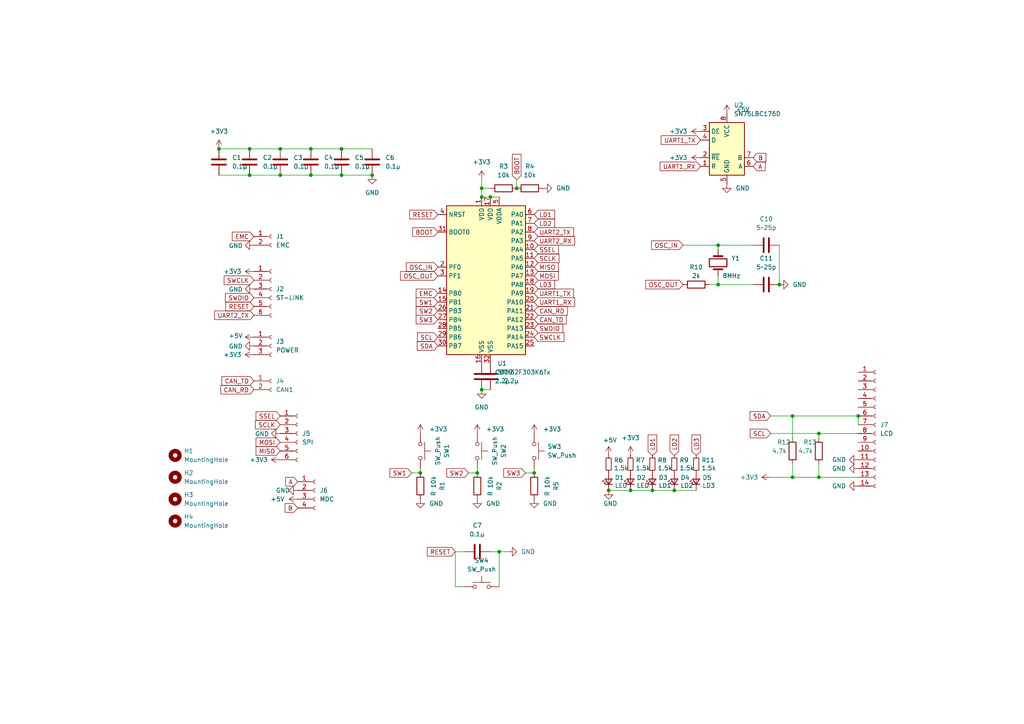
<source format=kicad_sch>
(kicad_sch (version 20211123) (generator eeschema)
  (paper "A4")
  (lib_symbols
    (symbol "Connector:Conn_01x02_Female" (pin_names (offset 1.016) hide)
      (property "Reference" "J" (at 0 2.54 0))
      (property "Value" "Conn_01x02_Female" (at 0 -5.08 0))
      (symbol "Conn_01x02_Female_1_1"
        (arc (start 0 -2.032) (mid -0.508 -2.54) (end 0 -3.048) (stroke (width 0.1524)))
        (polyline (pts (xy -1.27 -2.54) (xy -0.508 -2.54)) (stroke (width 0.1524)))
        (polyline (pts (xy -1.27 0) (xy -0.508 0)) (stroke (width 0.1524)))
        (arc (start 0 0.508) (mid -0.508 0) (end 0 -0.508) (stroke (width 0.1524)))
        (pin passive line (at -5.08 0 0) (length 3.81) (name "Pin_1") (number "1"))
        (pin passive line (at -5.08 -2.54 0) (length 3.81) (name "Pin_2") (number "2"))
      )
    )
    (symbol "Connector:Conn_01x03_Female" (pin_names (offset 1.016) hide)
      (property "Reference" "J" (at 0 5.08 0))
      (property "Value" "Conn_01x03_Female" (at 0 -5.08 0))
      (symbol "Conn_01x03_Female_1_1"
        (arc (start 0 -2.032) (mid -0.508 -2.54) (end 0 -3.048) (stroke (width 0.1524)))
        (polyline (pts (xy -1.27 -2.54) (xy -0.508 -2.54)) (stroke (width 0.1524)))
        (polyline (pts (xy -1.27 0) (xy -0.508 0)) (stroke (width 0.1524)))
        (polyline (pts (xy -1.27 2.54) (xy -0.508 2.54)) (stroke (width 0.1524)))
        (arc (start 0 0.508) (mid -0.508 0) (end 0 -0.508) (stroke (width 0.1524)))
        (arc (start 0 3.048) (mid -0.508 2.54) (end 0 2.032) (stroke (width 0.1524)))
        (pin passive line (at -5.08 2.54 0) (length 3.81) (name "Pin_1") (number "1"))
        (pin passive line (at -5.08 0 0) (length 3.81) (name "Pin_2") (number "2"))
        (pin passive line (at -5.08 -2.54 0) (length 3.81) (name "Pin_3") (number "3"))
      )
    )
    (symbol "Connector:Conn_01x04_Female" (pin_names (offset 1.016) hide)
      (property "Reference" "J" (at 0 5.08 0))
      (property "Value" "Conn_01x04_Female" (at 0 -7.62 0))
      (symbol "Conn_01x04_Female_1_1"
        (arc (start 0 -4.572) (mid -0.508 -5.08) (end 0 -5.588) (stroke (width 0.1524)))
        (arc (start 0 -2.032) (mid -0.508 -2.54) (end 0 -3.048) (stroke (width 0.1524)))
        (polyline (pts (xy -1.27 -5.08) (xy -0.508 -5.08)) (stroke (width 0.1524)))
        (polyline (pts (xy -1.27 -2.54) (xy -0.508 -2.54)) (stroke (width 0.1524)))
        (polyline (pts (xy -1.27 0) (xy -0.508 0)) (stroke (width 0.1524)))
        (polyline (pts (xy -1.27 2.54) (xy -0.508 2.54)) (stroke (width 0.1524)))
        (arc (start 0 0.508) (mid -0.508 0) (end 0 -0.508) (stroke (width 0.1524)))
        (arc (start 0 3.048) (mid -0.508 2.54) (end 0 2.032) (stroke (width 0.1524)))
        (pin passive line (at -5.08 2.54 0) (length 3.81) (name "Pin_1") (number "1"))
        (pin passive line (at -5.08 0 0) (length 3.81) (name "Pin_2") (number "2"))
        (pin passive line (at -5.08 -2.54 0) (length 3.81) (name "Pin_3") (number "3"))
        (pin passive line (at -5.08 -5.08 0) (length 3.81) (name "Pin_4") (number "4"))
      )
    )
    (symbol "Connector:Conn_01x06_Female" (pin_names (offset 1.016) hide)
      (property "Reference" "J" (at 0 7.62 0))
      (property "Value" "Conn_01x06_Female" (at 0 -10.16 0))
      (symbol "Conn_01x06_Female_1_1"
        (arc (start 0 -7.112) (mid -0.508 -7.62) (end 0 -8.128) (stroke (width 0.1524)))
        (arc (start 0 -4.572) (mid -0.508 -5.08) (end 0 -5.588) (stroke (width 0.1524)))
        (arc (start 0 -2.032) (mid -0.508 -2.54) (end 0 -3.048) (stroke (width 0.1524)))
        (polyline (pts (xy -1.27 -7.62) (xy -0.508 -7.62)) (stroke (width 0.1524)))
        (polyline (pts (xy -1.27 -5.08) (xy -0.508 -5.08)) (stroke (width 0.1524)))
        (polyline (pts (xy -1.27 -2.54) (xy -0.508 -2.54)) (stroke (width 0.1524)))
        (polyline (pts (xy -1.27 0) (xy -0.508 0)) (stroke (width 0.1524)))
        (polyline (pts (xy -1.27 2.54) (xy -0.508 2.54)) (stroke (width 0.1524)))
        (polyline (pts (xy -1.27 5.08) (xy -0.508 5.08)) (stroke (width 0.1524)))
        (arc (start 0 0.508) (mid -0.508 0) (end 0 -0.508) (stroke (width 0.1524)))
        (arc (start 0 3.048) (mid -0.508 2.54) (end 0 2.032) (stroke (width 0.1524)))
        (arc (start 0 5.588) (mid -0.508 5.08) (end 0 4.572) (stroke (width 0.1524)))
        (pin passive line (at -5.08 5.08 0) (length 3.81) (name "Pin_1") (number "1"))
        (pin passive line (at -5.08 2.54 0) (length 3.81) (name "Pin_2") (number "2"))
        (pin passive line (at -5.08 0 0) (length 3.81) (name "Pin_3") (number "3"))
        (pin passive line (at -5.08 -2.54 0) (length 3.81) (name "Pin_4") (number "4"))
        (pin passive line (at -5.08 -5.08 0) (length 3.81) (name "Pin_5") (number "5"))
        (pin passive line (at -5.08 -7.62 0) (length 3.81) (name "Pin_6") (number "6"))
      )
    )
    (symbol "Connector:Conn_01x14_Female" (pin_names (offset 1.016) hide)
      (property "Reference" "J" (at 0 17.78 0))
      (property "Value" "Conn_01x14_Female" (at 0 -20.32 0))
      (symbol "Conn_01x14_Female_1_1"
        (arc (start 0 -17.272) (mid -0.508 -17.78) (end 0 -18.288) (stroke (width 0.1524)))
        (arc (start 0 -14.732) (mid -0.508 -15.24) (end 0 -15.748) (stroke (width 0.1524)))
        (arc (start 0 -12.192) (mid -0.508 -12.7) (end 0 -13.208) (stroke (width 0.1524)))
        (arc (start 0 -9.652) (mid -0.508 -10.16) (end 0 -10.668) (stroke (width 0.1524)))
        (arc (start 0 -7.112) (mid -0.508 -7.62) (end 0 -8.128) (stroke (width 0.1524)))
        (arc (start 0 -4.572) (mid -0.508 -5.08) (end 0 -5.588) (stroke (width 0.1524)))
        (arc (start 0 -2.032) (mid -0.508 -2.54) (end 0 -3.048) (stroke (width 0.1524)))
        (polyline (pts (xy -1.27 -17.78) (xy -0.508 -17.78)) (stroke (width 0.1524)))
        (polyline (pts (xy -1.27 -15.24) (xy -0.508 -15.24)) (stroke (width 0.1524)))
        (polyline (pts (xy -1.27 -12.7) (xy -0.508 -12.7)) (stroke (width 0.1524)))
        (polyline (pts (xy -1.27 -10.16) (xy -0.508 -10.16)) (stroke (width 0.1524)))
        (polyline (pts (xy -1.27 -7.62) (xy -0.508 -7.62)) (stroke (width 0.1524)))
        (polyline (pts (xy -1.27 -5.08) (xy -0.508 -5.08)) (stroke (width 0.1524)))
        (polyline (pts (xy -1.27 -2.54) (xy -0.508 -2.54)) (stroke (width 0.1524)))
        (polyline (pts (xy -1.27 0) (xy -0.508 0)) (stroke (width 0.1524)))
        (polyline (pts (xy -1.27 2.54) (xy -0.508 2.54)) (stroke (width 0.1524)))
        (polyline (pts (xy -1.27 5.08) (xy -0.508 5.08)) (stroke (width 0.1524)))
        (polyline (pts (xy -1.27 7.62) (xy -0.508 7.62)) (stroke (width 0.1524)))
        (polyline (pts (xy -1.27 10.16) (xy -0.508 10.16)) (stroke (width 0.1524)))
        (polyline (pts (xy -1.27 12.7) (xy -0.508 12.7)) (stroke (width 0.1524)))
        (polyline (pts (xy -1.27 15.24) (xy -0.508 15.24)) (stroke (width 0.1524)))
        (arc (start 0 0.508) (mid -0.508 0) (end 0 -0.508) (stroke (width 0.1524)))
        (arc (start 0 3.048) (mid -0.508 2.54) (end 0 2.032) (stroke (width 0.1524)))
        (arc (start 0 5.588) (mid -0.508 5.08) (end 0 4.572) (stroke (width 0.1524)))
        (arc (start 0 8.128) (mid -0.508 7.62) (end 0 7.112) (stroke (width 0.1524)))
        (arc (start 0 10.668) (mid -0.508 10.16) (end 0 9.652) (stroke (width 0.1524)))
        (arc (start 0 13.208) (mid -0.508 12.7) (end 0 12.192) (stroke (width 0.1524)))
        (arc (start 0 15.748) (mid -0.508 15.24) (end 0 14.732) (stroke (width 0.1524)))
        (pin passive line (at -5.08 15.24 0) (length 3.81) (name "Pin_1") (number "1"))
        (pin passive line (at -5.08 -7.62 0) (length 3.81) (name "Pin_10") (number "10"))
        (pin passive line (at -5.08 -10.16 0) (length 3.81) (name "Pin_11") (number "11"))
        (pin passive line (at -5.08 -12.7 0) (length 3.81) (name "Pin_12") (number "12"))
        (pin passive line (at -5.08 -15.24 0) (length 3.81) (name "Pin_13") (number "13"))
        (pin passive line (at -5.08 -17.78 0) (length 3.81) (name "Pin_14") (number "14"))
        (pin passive line (at -5.08 12.7 0) (length 3.81) (name "Pin_2") (number "2"))
        (pin passive line (at -5.08 10.16 0) (length 3.81) (name "Pin_3") (number "3"))
        (pin passive line (at -5.08 7.62 0) (length 3.81) (name "Pin_4") (number "4"))
        (pin passive line (at -5.08 5.08 0) (length 3.81) (name "Pin_5") (number "5"))
        (pin passive line (at -5.08 2.54 0) (length 3.81) (name "Pin_6") (number "6"))
        (pin passive line (at -5.08 0 0) (length 3.81) (name "Pin_7") (number "7"))
        (pin passive line (at -5.08 -2.54 0) (length 3.81) (name "Pin_8") (number "8"))
        (pin passive line (at -5.08 -5.08 0) (length 3.81) (name "Pin_9") (number "9"))
      )
    )
    (symbol "Device:C" (pin_numbers hide) (pin_names (offset 0.254))
      (property "Reference" "C" (at 0.635 2.54 0))
      (property "Value" "C" (at 0.635 -2.54 0))
      (symbol "C_0_1"
        (polyline (pts (xy -2.032 -0.762) (xy 2.032 -0.762)) (stroke (width 0.508)))
        (polyline (pts (xy -2.032 0.762) (xy 2.032 0.762)) (stroke (width 0.508)))
      )
      (symbol "C_1_1"
        (pin passive line (at 0 3.81 270) (length 2.794) (name "~") (number "1"))
        (pin passive line (at 0 -3.81 90) (length 2.794) (name "~") (number "2"))
      )
    )
    (symbol "Device:Crystal" (pin_numbers hide) (pin_names (offset 1.016) hide)
      (property "Reference" "Y" (at 0 3.81 0))
      (property "Value" "Crystal" (at 0 -3.81 0))
      (symbol "Crystal_0_1"
        (rectangle (start -1.143 2.54) (end 1.143 -2.54) (stroke (width 0.3048)))
        (polyline (pts (xy -2.54 0) (xy -1.905 0)))
        (polyline (pts (xy -1.905 -1.27) (xy -1.905 1.27)) (stroke (width 0.508)))
        (polyline (pts (xy 1.905 -1.27) (xy 1.905 1.27)) (stroke (width 0.508)))
        (polyline (pts (xy 2.54 0) (xy 1.905 0)))
      )
      (symbol "Crystal_1_1"
        (pin passive line (at -3.81 0 0) (length 1.27) (name "1") (number "1"))
        (pin passive line (at 3.81 0 180) (length 1.27) (name "2") (number "2"))
      )
    )
    (symbol "Device:LED_Small" (pin_numbers hide) (pin_names (offset 0.254) hide)
      (property "Reference" "D" (at -1.27 3.175 0))
      (property "Value" "LED_Small" (at -4.445 -2.54 0))
      (symbol "LED_Small_0_1"
        (polyline (pts (xy -0.762 -1.016) (xy -0.762 1.016)) (stroke (width 0.254)))
        (polyline (pts (xy 1.016 0) (xy -0.762 0)))
        (polyline (pts (xy 0.762 -1.016) (xy -0.762 0) (xy 0.762 1.016) (xy 0.762 -1.016)) (stroke (width 0.254)))
        (polyline (pts (xy 0 0.762) (xy -0.508 1.27) (xy -0.254 1.27) (xy -0.508 1.27) (xy -0.508 1.016)))
        (polyline (pts (xy 0.508 1.27) (xy 0 1.778) (xy 0.254 1.778) (xy 0 1.778) (xy 0 1.524)))
      )
      (symbol "LED_Small_1_1"
        (pin passive line (at -2.54 0 0) (length 1.778) (name "K") (number "1"))
        (pin passive line (at 2.54 0 180) (length 1.778) (name "A") (number "2"))
      )
    )
    (symbol "Device:R" (pin_numbers hide) (pin_names (offset 0))
      (property "Reference" "R" (at 2.032 0 90))
      (property "Value" "R" (at 0 0 90))
      (symbol "R_0_1"
        (rectangle (start -1.016 -2.54) (end 1.016 2.54) (stroke (width 0.254)))
      )
      (symbol "R_1_1"
        (pin passive line (at 0 3.81 270) (length 1.27) (name "~") (number "1"))
        (pin passive line (at 0 -3.81 90) (length 1.27) (name "~") (number "2"))
      )
    )
    (symbol "Device:R_Small" (pin_numbers hide) (pin_names (offset 0.254) hide)
      (property "Reference" "R" (at 0.762 0.508 0))
      (property "Value" "R_Small" (at 0.762 -1.016 0))
      (symbol "R_Small_0_1"
        (rectangle (start -0.762 1.778) (end 0.762 -1.778) (stroke (width 0.2032)))
      )
      (symbol "R_Small_1_1"
        (pin passive line (at 0 2.54 270) (length 0.762) (name "~") (number "1"))
        (pin passive line (at 0 -2.54 90) (length 0.762) (name "~") (number "2"))
      )
    )
    (symbol "Interface_UART:SN75LBC176D"
      (property "Reference" "U" (at -4.318 8.89 0))
      (property "Value" "SN75LBC176D" (at 1.016 8.89 0))
      (symbol "SN75LBC176D_0_1"
        (rectangle (start -5.08 7.62) (end 5.08 -7.62) (stroke (width 0.254)) (fill (type background)))
      )
      (symbol "SN75LBC176D_1_1"
        (pin output line (at -7.62 -5.08 0) (length 2.54) (name "R") (number "1"))
        (pin input line (at -7.62 -2.54 0) (length 2.54) (name "~{RE}") (number "2"))
        (pin input line (at -7.62 5.08 0) (length 2.54) (name "DE") (number "3"))
        (pin input line (at -7.62 2.54 0) (length 2.54) (name "D") (number "4"))
        (pin power_in line (at 0 -10.16 90) (length 2.54) (name "GND") (number "5"))
        (pin bidirectional line (at 7.62 -5.08 180) (length 2.54) (name "A") (number "6"))
        (pin bidirectional line (at 7.62 -2.54 180) (length 2.54) (name "B") (number "7"))
        (pin power_in line (at 0 10.16 270) (length 2.54) (name "VCC") (number "8"))
      )
    )
    (symbol "MCU_ST_STM32F3:STM32F303K6Tx"
      (property "Reference" "U" (at -12.7 21.59 0))
      (property "Value" "STM32F303K6Tx" (at 5.08 21.59 0))
      (symbol "STM32F303K6Tx_0_1"
        (rectangle (start -12.7 -22.86) (end 10.16 20.32) (stroke (width 0.254)) (fill (type background)))
      )
      (symbol "STM32F303K6Tx_1_1"
        (pin power_in line (at -2.54 22.86 270) (length 2.54) (name "VDD") (number "1"))
        (pin bidirectional line (at 12.7 7.62 180) (length 2.54) (name "PA4") (number "10"))
        (pin bidirectional line (at 12.7 5.08 180) (length 2.54) (name "PA5") (number "11"))
        (pin bidirectional line (at 12.7 2.54 180) (length 2.54) (name "PA6") (number "12"))
        (pin bidirectional line (at 12.7 0 180) (length 2.54) (name "PA7") (number "13"))
        (pin bidirectional line (at -15.24 -5.08 0) (length 2.54) (name "PB0") (number "14"))
        (pin bidirectional line (at -15.24 -7.62 0) (length 2.54) (name "PB1") (number "15"))
        (pin power_in line (at -2.54 -25.4 90) (length 2.54) (name "VSS") (number "16"))
        (pin power_in line (at 0 22.86 270) (length 2.54) (name "VDD") (number "17"))
        (pin bidirectional line (at 12.7 -2.54 180) (length 2.54) (name "PA8") (number "18"))
        (pin bidirectional line (at 12.7 -5.08 180) (length 2.54) (name "PA9") (number "19"))
        (pin input line (at -15.24 2.54 0) (length 2.54) (name "PF0") (number "2"))
        (pin bidirectional line (at 12.7 -7.62 180) (length 2.54) (name "PA10") (number "20"))
        (pin bidirectional line (at 12.7 -10.16 180) (length 2.54) (name "PA11") (number "21"))
        (pin bidirectional line (at 12.7 -12.7 180) (length 2.54) (name "PA12") (number "22"))
        (pin bidirectional line (at 12.7 -15.24 180) (length 2.54) (name "PA13") (number "23"))
        (pin bidirectional line (at 12.7 -17.78 180) (length 2.54) (name "PA14") (number "24"))
        (pin bidirectional line (at 12.7 -20.32 180) (length 2.54) (name "PA15") (number "25"))
        (pin bidirectional line (at -15.24 -10.16 0) (length 2.54) (name "PB3") (number "26"))
        (pin bidirectional line (at -15.24 -12.7 0) (length 2.54) (name "PB4") (number "27"))
        (pin bidirectional line (at -15.24 -15.24 0) (length 2.54) (name "PB5") (number "28"))
        (pin bidirectional line (at -15.24 -17.78 0) (length 2.54) (name "PB6") (number "29"))
        (pin input line (at -15.24 0 0) (length 2.54) (name "PF1") (number "3"))
        (pin bidirectional line (at -15.24 -20.32 0) (length 2.54) (name "PB7") (number "30"))
        (pin input line (at -15.24 12.7 0) (length 2.54) (name "BOOT0") (number "31"))
        (pin power_in line (at 0 -25.4 90) (length 2.54) (name "VSS") (number "32"))
        (pin input line (at -15.24 17.78 0) (length 2.54) (name "NRST") (number "4"))
        (pin power_in line (at 2.54 22.86 270) (length 2.54) (name "VDDA") (number "5"))
        (pin bidirectional line (at 12.7 17.78 180) (length 2.54) (name "PA0") (number "6"))
        (pin bidirectional line (at 12.7 15.24 180) (length 2.54) (name "PA1") (number "7"))
        (pin bidirectional line (at 12.7 12.7 180) (length 2.54) (name "PA2") (number "8"))
        (pin bidirectional line (at 12.7 10.16 180) (length 2.54) (name "PA3") (number "9"))
      )
    )
    (symbol "Mechanical:MountingHole" (pin_names (offset 1.016))
      (property "Reference" "H" (at 0 5.08 0))
      (property "Value" "MountingHole" (at 0 3.175 0))
      (symbol "MountingHole_0_1"
        (circle (center 0 0) (radius 1.27) (stroke (width 1.27)))
      )
    )
    (symbol "Switch:SW_Push" (pin_numbers hide) (pin_names (offset 1.016) hide)
      (property "Reference" "SW" (at 1.27 2.54 0))
      (property "Value" "SW_Push" (at 0 -1.524 0))
      (symbol "SW_Push_0_1"
        (circle (center -2.032 0) (radius 0.508))
        (polyline (pts (xy 0 1.27) (xy 0 3.048)))
        (polyline (pts (xy 2.54 1.27) (xy -2.54 1.27)))
        (circle (center 2.032 0) (radius 0.508))
        (pin passive line (at -5.08 0 0) (length 2.54) (name "1") (number "1"))
        (pin passive line (at 5.08 0 180) (length 2.54) (name "2") (number "2"))
      )
    )
    (symbol "power:+3V3" (power) (pin_names (offset 0))
      (property "Value" "+3V3" (at 0 3.556 0))
      (symbol "+3V3_0_1"
        (polyline (pts (xy -0.762 1.27) (xy 0 2.54)))
        (polyline (pts (xy 0 0) (xy 0 2.54)))
        (polyline (pts (xy 0 2.54) (xy 0.762 1.27)))
      )
      (symbol "+3V3_1_1"
        (pin power_in line (at 0 0 90) (length 0) hide (name "+3V3") (number "1"))
      )
    )
    (symbol "power:+5V" (power) (pin_names (offset 0))
      (property "Value" "+5V" (at 0 3.556 0))
      (symbol "+5V_0_1"
        (polyline (pts (xy -0.762 1.27) (xy 0 2.54)))
        (polyline (pts (xy 0 0) (xy 0 2.54)))
        (polyline (pts (xy 0 2.54) (xy 0.762 1.27)))
      )
      (symbol "+5V_1_1"
        (pin power_in line (at 0 0 90) (length 0) hide (name "+5V") (number "1"))
      )
    )
    (symbol "power:GND" (power) (pin_names (offset 0))
      (property "Value" "GND" (at 0 -3.81 0))
      (symbol "GND_0_1"
        (polyline (pts (xy 0 0) (xy 0 -1.27) (xy 1.27 -1.27) (xy 0 -2.54) (xy -1.27 -1.27) (xy 0 -1.27)))
      )
      (symbol "GND_1_1"
        (pin power_in line (at 0 0 270) (length 0) hide (name "GND") (number "1"))
      )
    )
  )
  (junction (at 63.5 43.18))
  (junction (at 149.86 54.61))
  (junction (at 176.53 142.24))
  (junction (at 142.24 57.15))
  (junction (at 195.58 142.24))
  (junction (at 138.43 137.16))
  (junction (at 226.06 82.55))
  (junction (at 208.28 71.12))
  (junction (at 81.28 43.18))
  (junction (at 189.23 142.24))
  (junction (at 229.87 138.43))
  (junction (at 237.49 138.43))
  (junction (at 208.28 82.55))
  (junction (at 90.17 50.8))
  (junction (at 139.7 57.15))
  (junction (at 139.7 113.03))
  (junction (at 99.06 50.8))
  (junction (at 229.87 120.65))
  (junction (at 248.92 120.65))
  (junction (at 81.28 50.8))
  (junction (at 99.06 43.18))
  (junction (at 154.94 137.16))
  (junction (at 90.17 43.18))
  (junction (at 107.95 50.8))
  (junction (at 182.88 142.24))
  (junction (at 139.7 54.61))
  (junction (at 121.92 137.16))
  (junction (at 72.39 50.8))
  (junction (at 72.39 43.18))
  (junction (at 237.49 125.73))
  (junction (at 144.78 160.02))
  (wire (pts (xy 90.17 50.8) (xy 99.06 50.8)))
  (wire (pts (xy 176.53 142.24) (xy 182.88 142.24)))
  (wire (pts (xy 229.87 120.65) (xy 229.87 127)))
  (wire (pts (xy 237.49 138.43) (xy 248.92 138.43)))
  (wire (pts (xy 208.28 82.55) (xy 218.44 82.55)))
  (wire (pts (xy 139.7 113.03) (xy 142.24 113.03)))
  (wire (pts (xy 223.52 125.73) (xy 237.49 125.73)))
  (wire (pts (xy 132.08 160.02) (xy 134.62 160.02)))
  (wire (pts (xy 182.88 142.24) (xy 189.23 142.24)))
  (wire (pts (xy 149.86 52.07) (xy 149.86 54.61)))
  (wire (pts (xy 81.28 43.18) (xy 90.17 43.18)))
  (wire (pts (xy 198.12 71.12) (xy 208.28 71.12)))
  (wire (pts (xy 144.78 170.18) (xy 144.78 160.02)))
  (wire (pts (xy 237.49 125.73) (xy 248.92 125.73)))
  (wire (pts (xy 81.28 50.8) (xy 90.17 50.8)))
  (wire (pts (xy 189.23 142.24) (xy 195.58 142.24)))
  (wire (pts (xy 152.4 137.16) (xy 154.94 137.16)))
  (wire (pts (xy 63.5 50.8) (xy 72.39 50.8)))
  (wire (pts (xy 135.89 137.16) (xy 138.43 137.16)))
  (wire (pts (xy 226.06 71.12) (xy 226.06 82.55)))
  (wire (pts (xy 119.38 137.16) (xy 121.92 137.16)))
  (wire (pts (xy 237.49 125.73) (xy 237.49 127)))
  (wire (pts (xy 205.74 82.55) (xy 208.28 82.55)))
  (wire (pts (xy 134.62 170.18) (xy 132.08 170.18)))
  (wire (pts (xy 223.52 120.65) (xy 229.87 120.65)))
  (wire (pts (xy 195.58 142.24) (xy 201.93 142.24)))
  (wire (pts (xy 142.24 160.02) (xy 144.78 160.02)))
  (wire (pts (xy 237.49 134.62) (xy 237.49 138.43)))
  (wire (pts (xy 208.28 80.01) (xy 208.28 82.55)))
  (wire (pts (xy 99.06 43.18) (xy 107.95 43.18)))
  (wire (pts (xy 63.5 43.18) (xy 72.39 43.18)))
  (wire (pts (xy 229.87 134.62) (xy 229.87 138.43)))
  (wire (pts (xy 139.7 52.07) (xy 139.7 54.61)))
  (wire (pts (xy 208.28 71.12) (xy 218.44 71.12)))
  (wire (pts (xy 229.87 120.65) (xy 248.92 120.65)))
  (wire (pts (xy 72.39 43.18) (xy 81.28 43.18)))
  (wire (pts (xy 223.52 138.43) (xy 229.87 138.43)))
  (wire (pts (xy 142.24 57.15) (xy 144.78 57.15)))
  (wire (pts (xy 139.7 54.61) (xy 142.24 54.61)))
  (wire (pts (xy 154.94 135.89) (xy 154.94 137.16)))
  (wire (pts (xy 139.7 54.61) (xy 139.7 57.15)))
  (wire (pts (xy 121.92 135.89) (xy 121.92 137.16)))
  (wire (pts (xy 208.28 71.12) (xy 208.28 72.39)))
  (wire (pts (xy 139.7 57.15) (xy 142.24 57.15)))
  (wire (pts (xy 99.06 50.8) (xy 107.95 50.8)))
  (wire (pts (xy 90.17 43.18) (xy 99.06 43.18)))
  (wire (pts (xy 144.78 160.02) (xy 147.32 160.02)))
  (wire (pts (xy 132.08 170.18) (xy 132.08 160.02)))
  (wire (pts (xy 72.39 50.8) (xy 81.28 50.8)))
  (wire (pts (xy 138.43 135.89) (xy 138.43 137.16)))
  (wire (pts (xy 248.92 120.65) (xy 248.92 123.19)))
  (wire (pts (xy 229.87 138.43) (xy 237.49 138.43)))
  (global_label "SCLK" (shape input) (at 81.28 123.19 180) (property "シート間のリファレンス" "${INTERSHEET_REFS}" (effects hide)))
  (global_label "UART1_RX" (shape input) (at 203.2 48.26 180) (property "シート間のリファレンス" "${INTERSHEET_REFS}" (effects hide)))
  (global_label "OSC_IN" (shape input) (at 198.12 71.12 180) (property "シート間のリファレンス" "${INTERSHEET_REFS}" (effects hide)))
  (global_label "SDA" (shape input) (at 127 100.33 180) (property "シート間のリファレンス" "${INTERSHEET_REFS}" (effects hide)))
  (global_label "SW3" (shape input) (at 127 92.71 180) (property "シート間のリファレンス" "${INTERSHEET_REFS}" (effects hide)))
  (global_label "UART1_TX" (shape input) (at 154.94 85.09 0) (property "シート間のリファレンス" "${INTERSHEET_REFS}" (effects hide)))
  (global_label "CAN_RD" (shape input) (at 154.94 90.17 0) (property "シート間のリファレンス" "${INTERSHEET_REFS}" (effects hide)))
  (global_label "LD2" (shape input) (at 195.58 132.08 90) (property "シート間のリファレンス" "${INTERSHEET_REFS}" (effects hide)))
  (global_label "OSC_OUT" (shape input) (at 127 80.01 180) (property "シート間のリファレンス" "${INTERSHEET_REFS}" (effects hide)))
  (global_label "BOOT" (shape input) (at 127 67.31 180) (property "シート間のリファレンス" "${INTERSHEET_REFS}" (effects hide)))
  (global_label "LD3" (shape input) (at 154.94 82.55 0) (property "シート間のリファレンス" "${INTERSHEET_REFS}" (effects hide)))
  (global_label "UART2_RX" (shape input) (at 154.94 69.85 0) (property "シート間のリファレンス" "${INTERSHEET_REFS}" (effects hide)))
  (global_label "SSEL" (shape input) (at 81.28 120.65 180) (property "シート間のリファレンス" "${INTERSHEET_REFS}" (effects hide)))
  (global_label "LD3" (shape input) (at 201.93 132.08 90) (property "シート間のリファレンス" "${INTERSHEET_REFS}" (effects hide)))
  (global_label "CAN_RD" (shape input) (at 73.66 113.03 180) (property "シート間のリファレンス" "${INTERSHEET_REFS}" (effects hide)))
  (global_label "SW2" (shape input) (at 127 90.17 180) (property "シート間のリファレンス" "${INTERSHEET_REFS}" (effects hide)))
  (global_label "SSEL" (shape input) (at 154.94 72.39 0) (property "シート間のリファレンス" "${INTERSHEET_REFS}" (effects hide)))
  (global_label "UART2_TX" (shape input) (at 154.94 67.31 0) (property "シート間のリファレンス" "${INTERSHEET_REFS}" (effects hide)))
  (global_label "SWDIO" (shape input) (at 73.66 86.36 180) (property "シート間のリファレンス" "${INTERSHEET_REFS}" (effects hide)))
  (global_label "RESET" (shape input) (at 73.66 88.9 180) (property "シート間のリファレンス" "${INTERSHEET_REFS}" (effects hide)))
  (global_label "B" (shape input) (at 86.36 147.32 180) (property "シート間のリファレンス" "${INTERSHEET_REFS}" (effects hide)))
  (global_label "UART2_TX" (shape input) (at 73.66 91.44 180) (property "シート間のリファレンス" "${INTERSHEET_REFS}" (effects hide)))
  (global_label "SCL" (shape input) (at 127 97.79 180) (property "シート間のリファレンス" "${INTERSHEET_REFS}" (effects hide)))
  (global_label "SW1" (shape input) (at 127 87.63 180) (property "シート間のリファレンス" "${INTERSHEET_REFS}" (effects hide)))
  (global_label "MOSI" (shape input) (at 154.94 80.01 0) (property "シート間のリファレンス" "${INTERSHEET_REFS}" (effects hide)))
  (global_label "SWCLK" (shape input) (at 73.66 81.28 180) (property "シート間のリファレンス" "${INTERSHEET_REFS}" (effects hide)))
  (global_label "SDA" (shape input) (at 223.52 120.65 180) (property "シート間のリファレンス" "${INTERSHEET_REFS}" (effects hide)))
  (global_label "EMC" (shape input) (at 127 85.09 180) (property "シート間のリファレンス" "${INTERSHEET_REFS}" (effects hide)))
  (global_label "RESET" (shape input) (at 132.08 160.02 180) (property "シート間のリファレンス" "${INTERSHEET_REFS}" (effects hide)))
  (global_label "CAN_TD" (shape input) (at 73.66 110.49 180) (property "シート間のリファレンス" "${INTERSHEET_REFS}" (effects hide)))
  (global_label "SW3" (shape input) (at 152.4 137.16 180) (property "シート間のリファレンス" "${INTERSHEET_REFS}" (effects hide)))
  (global_label "OSC_OUT" (shape input) (at 198.12 82.55 180) (property "シート間のリファレンス" "${INTERSHEET_REFS}" (effects hide)))
  (global_label "UART1_RX" (shape input) (at 154.94 87.63 0) (property "シート間のリファレンス" "${INTERSHEET_REFS}" (effects hide)))
  (global_label "SCLK" (shape input) (at 154.94 74.93 0) (property "シート間のリファレンス" "${INTERSHEET_REFS}" (effects hide)))
  (global_label "UART1_TX" (shape input) (at 203.2 40.64 180) (property "シート間のリファレンス" "${INTERSHEET_REFS}" (effects hide)))
  (global_label "A" (shape input) (at 86.36 139.7 180) (property "シート間のリファレンス" "${INTERSHEET_REFS}" (effects hide)))
  (global_label "SW2" (shape input) (at 135.89 137.16 180) (property "シート間のリファレンス" "${INTERSHEET_REFS}" (effects hide)))
  (global_label "SW1" (shape input) (at 119.38 137.16 180) (property "シート間のリファレンス" "${INTERSHEET_REFS}" (effects hide)))
  (global_label "LD2" (shape input) (at 154.94 64.77 0) (property "シート間のリファレンス" "${INTERSHEET_REFS}" (effects hide)))
  (global_label "SCL" (shape input) (at 223.52 125.73 180) (property "シート間のリファレンス" "${INTERSHEET_REFS}" (effects hide)))
  (global_label "LD1" (shape input) (at 154.94 62.23 0) (property "シート間のリファレンス" "${INTERSHEET_REFS}" (effects hide)))
  (global_label "MISO" (shape input) (at 81.28 130.81 180) (property "シート間のリファレンス" "${INTERSHEET_REFS}" (effects hide)))
  (global_label "B" (shape input) (at 218.44 45.72 0) (property "シート間のリファレンス" "${INTERSHEET_REFS}" (effects hide)))
  (global_label "CAN_TD" (shape input) (at 154.94 92.71 0) (property "シート間のリファレンス" "${INTERSHEET_REFS}" (effects hide)))
  (global_label "LD1" (shape input) (at 189.23 132.08 90) (property "シート間のリファレンス" "${INTERSHEET_REFS}" (effects hide)))
  (global_label "A" (shape input) (at 218.44 48.26 0) (property "シート間のリファレンス" "${INTERSHEET_REFS}" (effects hide)))
  (global_label "OSC_IN" (shape input) (at 127 77.47 180) (property "シート間のリファレンス" "${INTERSHEET_REFS}" (effects hide)))
  (global_label "BOOT" (shape input) (at 149.86 52.07 90) (property "シート間のリファレンス" "${INTERSHEET_REFS}" (effects hide)))
  (global_label "SWCLK" (shape input) (at 154.94 97.79 0) (property "シート間のリファレンス" "${INTERSHEET_REFS}" (effects hide)))
  (global_label "RESET" (shape input) (at 127 62.23 180) (property "シート間のリファレンス" "${INTERSHEET_REFS}" (effects hide)))
  (global_label "EMC" (shape input) (at 73.66 68.58 180) (property "シート間のリファレンス" "${INTERSHEET_REFS}" (effects hide)))
  (global_label "SWDIO" (shape input) (at 154.94 95.25 0) (property "シート間のリファレンス" "${INTERSHEET_REFS}" (effects hide)))
  (global_label "MISO" (shape input) (at 154.94 77.47 0) (property "シート間のリファレンス" "${INTERSHEET_REFS}" (effects hide)))
  (global_label "MOSI" (shape input) (at 81.28 128.27 180) (property "シート間のリファレンス" "${INTERSHEET_REFS}" (effects hide)))
  (symbol (lib_id "power:GND") (at 176.53 142.24 0) (unit 1)
    (property "Reference" "#PWR024" (effects hide))
    (property "Value" "GND" (at 179.07 146.05 0) (effects (justify right)))
  )
  (symbol (lib_id "power:+3V3") (at 139.7 52.07 0) (unit 1)
    (property "Reference" "#PWR017" (effects hide))
    (property "Value" "+3V3" (at 139.7 46.99 0))
  )
  (symbol (lib_id "Device:R_Small") (at 195.58 134.62 0) (unit 1)
    (property "Reference" "R9" (at 197.0786 133.4516 0) (effects (justify left)))
    (property "Value" "1.5k" (at 197.0786 135.763 0) (effects (justify left)))
    (property "Footprint" "Resistor_SMD:R_0805_2012Metric_Pad1.20x1.40mm_HandSolder" (effects hide))
  )
  (symbol (lib_id "power:GND") (at 138.43 144.78 0) (unit 1)
    (property "Reference" "#PWR016" (effects hide))
    (property "Value" "GND" (at 140.97 146.0499 0) (effects (justify left)))
  )
  (symbol (lib_id "power:+3V3") (at 73.66 102.87 90) (unit 1)
    (property "Reference" "#PWR07" (effects hide))
    (property "Value" "+3V3" (at 64.77 102.87 90) (effects (justify right)))
  )
  (symbol (lib_id "power:+5V") (at 73.66 97.79 90) (unit 1)
    (property "Reference" "#PWR05" (effects hide))
    (property "Value" "+5V" (at 70.4088 97.409 90) (effects (justify left)))
  )
  (symbol (lib_id "power:+3V3") (at 81.28 133.35 90) (unit 1)
    (property "Reference" "#PWR08" (effects hide))
    (property "Value" "+3V3" (at 72.39 133.35 90) (effects (justify right)))
  )
  (symbol (lib_id "power:GND") (at 73.66 100.33 270) (unit 1)
    (property "Reference" "#PWR06" (effects hide))
    (property "Value" "GND" (at 70.4088 100.457 90) (effects (justify right)))
  )
  (symbol (lib_id "Mechanical:MountingHole") (at 50.8 138.43 0) (unit 1)
    (property "Reference" "H2" (at 53.34 137.1599 0) (effects (justify left)))
    (property "Value" "MountingHole" (at 53.34 139.6999 0) (effects (justify left)))
    (property "Footprint" "MountingHole:MountingHole_3.2mm_M3_Pad_Via" (effects hide))
  )
  (symbol (lib_id "Device:LED_Small") (at 201.93 139.7 90) (unit 1)
    (property "Reference" "D5" (at 203.708 138.5316 90) (effects (justify right)))
    (property "Value" "LD3" (at 203.708 140.843 90) (effects (justify right)))
    (property "Footprint" "LED_SMD:LED_0603_1608Metric_Pad1.05x0.95mm_HandSolder" (effects hide))
  )
  (symbol (lib_id "power:GND") (at 121.92 144.78 0) (unit 1)
    (property "Reference" "#PWR014" (effects hide))
    (property "Value" "GND" (at 124.46 146.0499 0) (effects (justify left)))
  )
  (symbol (lib_id "Device:C") (at 107.95 46.99 0) (unit 1)
    (property "Reference" "C6" (at 111.76 45.7199 0) (effects (justify left)))
    (property "Value" "0.1µ" (at 111.76 48.2599 0) (effects (justify left)))
    (property "Footprint" "Capacitor_SMD:C_0504_1310Metric_Pad0.83x1.28mm_HandSolder" (effects hide))
  )
  (symbol (lib_id "Interface_UART:SN75LBC176D") (at 210.82 43.18 0) (unit 1)
    (property "Reference" "U2" (at 212.8394 30.48 0) (effects (justify left)))
    (property "Value" "SN75LBC176D" (at 212.8394 33.02 0) (effects (justify left)))
    (property "Footprint" "Package_DIP:DIP-8_W7.62mm" (effects hide))
    (property "Datasheet" "http://www.ti.com/lit/ds/symlink/sn75lbc176.pdf" (effects hide))
  )
  (symbol (lib_id "power:GND") (at 154.94 144.78 0) (unit 1)
    (property "Reference" "#PWR021" (effects hide))
    (property "Value" "GND" (at 157.48 146.0499 0) (effects (justify left)))
  )
  (symbol (lib_id "Device:LED_Small") (at 189.23 139.7 90) (unit 1)
    (property "Reference" "D3" (at 191.008 138.5316 90) (effects (justify right)))
    (property "Value" "LD1" (at 191.008 140.843 90) (effects (justify right)))
    (property "Footprint" "LED_SMD:LED_0603_1608Metric_Pad1.05x0.95mm_HandSolder" (effects hide))
  )
  (symbol (lib_id "power:GND") (at 226.06 82.55 90) (unit 1)
    (property "Reference" "#PWR031" (effects hide))
    (property "Value" "GND" (at 229.87 82.5499 90) (effects (justify right)))
  )
  (symbol (lib_id "Device:C") (at 63.5 46.99 0) (unit 1)
    (property "Reference" "C1" (at 67.31 45.7199 0) (effects (justify left)))
    (property "Value" "0.1µ" (at 67.31 48.2599 0) (effects (justify left)))
    (property "Footprint" "Capacitor_SMD:C_0504_1310Metric_Pad0.83x1.28mm_HandSolder" (effects hide))
  )
  (symbol (lib_id "Device:C") (at 99.06 46.99 0) (unit 1)
    (property "Reference" "C5" (at 102.87 45.7199 0) (effects (justify left)))
    (property "Value" "0.1µ" (at 102.87 48.2599 0) (effects (justify left)))
    (property "Footprint" "Capacitor_SMD:C_0504_1310Metric_Pad0.83x1.28mm_HandSolder" (effects hide))
  )
  (symbol (lib_id "Device:C") (at 222.25 82.55 90) (unit 1)
    (property "Reference" "C11" (at 222.25 74.93 90))
    (property "Value" "5~25p" (at 222.25 77.47 90))
    (property "Footprint" "Capacitor_SMD:C_0805_2012Metric_Pad1.18x1.45mm_HandSolder" (effects hide))
  )
  (symbol (lib_id "power:GND") (at 73.66 71.12 270) (unit 1)
    (property "Reference" "#PWR02" (effects hide))
    (property "Value" "GND" (at 70.4088 71.247 90) (effects (justify right)))
  )
  (symbol (lib_id "Device:C") (at 138.43 160.02 90) (unit 1)
    (property "Reference" "C7" (at 138.43 152.4 90))
    (property "Value" "0.1µ" (at 138.43 154.94 90))
    (property "Footprint" "Capacitor_SMD:C_0504_1310Metric_Pad0.83x1.28mm_HandSolder" (effects hide))
  )
  (symbol (lib_id "power:GND") (at 86.36 142.24 270) (unit 1)
    (property "Reference" "#PWR011" (effects hide))
    (property "Value" "GND" (at 80.01 142.24 90) (effects (justify left)))
  )
  (symbol (lib_id "Switch:SW_Push") (at 139.7 170.18 0) (unit 1)
    (property "Reference" "SW4" (at 139.7 162.56 0))
    (property "Value" "SW_Push" (at 139.7 165.1 0))
    (property "Footprint" "Button_Switch_THT:SW_PUSH_6mm" (effects hide))
  )
  (symbol (lib_id "power:+3V3") (at 203.2 45.72 90) (unit 1)
    (property "Reference" "#PWR027" (effects hide))
    (property "Value" "+3V3" (at 199.39 45.7201 90) (effects (justify left)))
  )
  (symbol (lib_id "power:+3V3") (at 223.52 138.43 90) (unit 1)
    (property "Reference" "#PWR030" (effects hide))
    (property "Value" "+3V3" (at 214.63 138.43 90) (effects (justify right)))
  )
  (symbol (lib_id "Mechanical:MountingHole") (at 50.8 144.78 0) (unit 1)
    (property "Reference" "H3" (at 53.34 143.5099 0) (effects (justify left)))
    (property "Value" "MountingHole" (at 53.34 146.0499 0) (effects (justify left)))
    (property "Footprint" "MountingHole:MountingHole_3.2mm_M3_Pad_Via" (effects hide))
  )
  (symbol (lib_id "power:+3V3") (at 138.43 125.73 0) (unit 1)
    (property "Reference" "#PWR015" (effects hide))
    (property "Value" "+3V3" (at 140.97 124.4599 0) (effects (justify left)))
  )
  (symbol (lib_id "power:+3V3") (at 121.92 125.73 0) (unit 1)
    (property "Reference" "#PWR013" (effects hide))
    (property "Value" "+3V3" (at 124.46 124.4599 0) (effects (justify left)))
  )
  (symbol (lib_id "power:+3V3") (at 154.94 125.73 0) (unit 1)
    (property "Reference" "#PWR020" (effects hide))
    (property "Value" "+3V3" (at 157.48 124.4599 0) (effects (justify left)))
  )
  (symbol (lib_id "Device:R") (at 146.05 54.61 90) (unit 1)
    (property "Reference" "R3" (at 146.05 48.26 90))
    (property "Value" "10k" (at 146.05 50.8 90))
    (property "Footprint" "Resistor_SMD:R_0805_2012Metric_Pad1.20x1.40mm_HandSolder" (effects hide))
  )
  (symbol (lib_id "Device:R") (at 153.67 54.61 90) (unit 1)
    (property "Reference" "R4" (at 153.67 48.26 90))
    (property "Value" "10k" (at 153.67 50.8 90))
    (property "Footprint" "Resistor_SMD:R_0805_2012Metric_Pad1.20x1.40mm_HandSolder" (effects hide))
  )
  (symbol (lib_id "Device:R") (at 201.93 82.55 90) (unit 1)
    (property "Reference" "R10" (at 201.93 77.47 90))
    (property "Value" "2k" (at 201.93 80.01 90))
    (property "Footprint" "Resistor_SMD:R_0805_2012Metric_Pad1.20x1.40mm_HandSolder" (effects hide))
  )
  (symbol (lib_id "Device:R") (at 138.43 140.97 0) (unit 1)
    (property "Reference" "R2" (at 144.78 140.97 90))
    (property "Value" "R 10k" (at 142.24 140.97 90))
    (property "Footprint" "Resistor_SMD:R_0805_2012Metric_Pad1.20x1.40mm_HandSolder" (effects hide))
  )
  (symbol (lib_id "power:+3V3") (at 203.2 38.1 90) (unit 1)
    (property "Reference" "#PWR026" (effects hide))
    (property "Value" "+3V3" (at 199.39 38.1001 90) (effects (justify left)))
  )
  (symbol (lib_id "Device:R_Small") (at 201.93 134.62 0) (unit 1)
    (property "Reference" "R11" (at 203.4286 133.4516 0) (effects (justify left)))
    (property "Value" "1.5k" (at 203.4286 135.763 0) (effects (justify left)))
    (property "Footprint" "Resistor_SMD:R_0805_2012Metric_Pad1.20x1.40mm_HandSolder" (effects hide))
  )
  (symbol (lib_id "Device:C") (at 81.28 46.99 0) (unit 1)
    (property "Reference" "C3" (at 85.09 45.7199 0) (effects (justify left)))
    (property "Value" "0.1µ" (at 85.09 48.2599 0) (effects (justify left)))
    (property "Footprint" "Capacitor_SMD:C_0504_1310Metric_Pad0.83x1.28mm_HandSolder" (effects hide))
  )
  (symbol (lib_id "Switch:SW_Push") (at 138.43 130.81 270) (unit 1)
    (property "Reference" "SW2" (at 146.05 130.81 0))
    (property "Value" "SW_Push" (at 143.51 130.81 0))
    (property "Footprint" "Button_Switch_THT:SW_PUSH_6mm" (effects hide))
  )
  (symbol (lib_id "Connector:Conn_01x06_Female") (at 86.36 125.73 0) (unit 1)
    (property "Reference" "J5" (at 87.63 125.7299 0) (effects (justify left)))
    (property "Value" "SPI" (at 87.63 128.2699 0) (effects (justify left)))
    (property "Footprint" "Connector_PinSocket_2.54mm:PinSocket_1x06_P2.54mm_Horizontal" (effects hide))
  )
  (symbol (lib_id "power:GND") (at 81.28 125.73 270) (unit 1)
    (property "Reference" "#PWR09" (effects hide))
    (property "Value" "GND" (at 78.0288 125.857 90) (effects (justify right)))
  )
  (symbol (lib_id "power:GND") (at 210.82 53.34 0) (unit 1)
    (property "Reference" "#PWR029" (effects hide))
    (property "Value" "GND" (at 213.36 54.6099 0) (effects (justify left)))
  )
  (symbol (lib_id "Device:LED_Small") (at 176.53 139.7 90) (unit 1)
    (property "Reference" "D1" (at 178.308 138.5316 90) (effects (justify right)))
    (property "Value" "LED" (at 178.308 140.843 90) (effects (justify right)))
    (property "Footprint" "LED_SMD:LED_0603_1608Metric_Pad1.05x0.95mm_HandSolder" (effects hide))
  )
  (symbol (lib_id "Connector:Conn_01x03_Female") (at 78.74 100.33 0) (unit 1)
    (property "Reference" "J3" (at 80.01 99.0599 0) (effects (justify left)))
    (property "Value" "POWER" (at 80.01 101.5999 0) (effects (justify left)))
    (property "Footprint" "Connector_JST:JST_XA_S03B-XASK-1_1x03_P2.50mm_Horizontal" (effects hide))
  )
  (symbol (lib_id "power:+3V3") (at 73.66 78.74 90) (unit 1)
    (property "Reference" "#PWR03" (effects hide))
    (property "Value" "+3V3" (at 64.77 78.74 90) (effects (justify right)))
  )
  (symbol (lib_id "power:+5V") (at 86.36 144.78 90) (unit 1)
    (property "Reference" "#PWR010" (effects hide))
    (property "Value" "+5V" (at 82.55 144.7801 90) (effects (justify left)))
  )
  (symbol (lib_id "Device:C") (at 222.25 71.12 90) (unit 1)
    (property "Reference" "C10" (at 222.25 63.5 90))
    (property "Value" "5~25p" (at 222.25 66.04 90))
    (property "Footprint" "Capacitor_SMD:C_0805_2012Metric_Pad1.18x1.45mm_HandSolder" (effects hide))
  )
  (symbol (lib_id "Device:R") (at 154.94 140.97 0) (unit 1)
    (property "Reference" "R5" (at 161.29 140.97 90))
    (property "Value" "R 10k" (at 158.75 140.97 90))
    (property "Footprint" "Resistor_SMD:R_0805_2012Metric_Pad1.20x1.40mm_HandSolder" (effects hide))
  )
  (symbol (lib_id "power:+5V") (at 210.82 33.02 0) (unit 1)
    (property "Reference" "#PWR028" (effects hide))
    (property "Value" "+5V" (at 213.36 31.7499 0) (effects (justify left)))
  )
  (symbol (lib_id "Device:C") (at 72.39 46.99 0) (unit 1)
    (property "Reference" "C2" (at 76.2 45.7199 0) (effects (justify left)))
    (property "Value" "0.1µ" (at 76.2 48.2599 0) (effects (justify left)))
    (property "Footprint" "Capacitor_SMD:C_0504_1310Metric_Pad0.83x1.28mm_HandSolder" (effects hide))
  )
  (symbol (lib_id "Device:R_Small") (at 182.88 134.62 0) (unit 1)
    (property "Reference" "R7" (at 184.3786 133.4516 0) (effects (justify left)))
    (property "Value" "1.5k" (at 184.3786 135.763 0) (effects (justify left)))
    (property "Footprint" "Resistor_SMD:R_0805_2012Metric_Pad1.20x1.40mm_HandSolder" (effects hide))
  )
  (symbol (lib_id "Switch:SW_Push") (at 121.92 130.81 270) (unit 1)
    (property "Reference" "SW1" (at 129.54 130.81 0))
    (property "Value" "SW_Push" (at 127 130.81 0))
    (property "Footprint" "Button_Switch_THT:SW_PUSH_6mm" (effects hide))
  )
  (symbol (lib_id "Connector:Conn_01x14_Female") (at 254 123.19 0) (unit 1)
    (property "Reference" "J7" (at 255.27 123.1899 0) (effects (justify left)))
    (property "Value" "LCD" (at 255.27 125.7299 0) (effects (justify left)))
    (property "Footprint" "Connector_PinSocket_2.54mm:PinSocket_1x14_P2.54mm_Vertical" (effects hide))
  )
  (symbol (lib_id "Connector:Conn_01x02_Female") (at 78.74 110.49 0) (unit 1)
    (property "Reference" "J4" (at 80.01 110.4899 0) (effects (justify left)))
    (property "Value" "CAN1" (at 80.01 113.0299 0) (effects (justify left)))
    (property "Footprint" "Connector_JST:JST_XA_S02B-XASK-1_1x02_P2.50mm_Horizontal" (effects hide))
  )
  (symbol (lib_id "power:GND") (at 139.7 113.03 0) (unit 1)
    (property "Reference" "#PWR018" (effects hide))
    (property "Value" "GND" (at 139.7 118.11 0))
  )
  (symbol (lib_id "power:GND") (at 147.32 160.02 90) (unit 1)
    (property "Reference" "#PWR019" (effects hide))
    (property "Value" "GND" (at 151.13 160.0199 90) (effects (justify right)))
  )
  (symbol (lib_id "Device:C") (at 90.17 46.99 0) (unit 1)
    (property "Reference" "C4" (at 93.98 45.7199 0) (effects (justify left)))
    (property "Value" "0.1µ" (at 93.98 48.2599 0) (effects (justify left)))
    (property "Footprint" "Capacitor_SMD:C_0504_1310Metric_Pad0.83x1.28mm_HandSolder" (effects hide))
  )
  (symbol (lib_id "power:+3V3") (at 182.88 132.08 0) (unit 1)
    (property "Reference" "#PWR025" (effects hide))
    (property "Value" "+3V3" (at 182.88 127 0))
  )
  (symbol (lib_id "Device:R_Small") (at 189.23 134.62 0) (unit 1)
    (property "Reference" "R8" (at 190.7286 133.4516 0) (effects (justify left)))
    (property "Value" "1.5k" (at 190.7286 135.763 0) (effects (justify left)))
    (property "Footprint" "Resistor_SMD:R_0805_2012Metric_Pad1.20x1.40mm_HandSolder" (effects hide))
  )
  (symbol (lib_id "Switch:SW_Push") (at 154.94 130.81 270) (unit 1)
    (property "Reference" "SW3" (at 158.75 129.5399 90) (effects (justify left)))
    (property "Value" "SW_Push" (at 158.75 132.0799 90) (effects (justify left)))
    (property "Footprint" "Button_Switch_THT:SW_PUSH_6mm" (effects hide))
  )
  (symbol (lib_id "Device:R") (at 229.87 130.81 180) (unit 1)
    (property "Reference" "R12" (at 227.33 128.27 0))
    (property "Value" "4.7k" (at 226.06 130.81 0))
    (property "Footprint" "Resistor_SMD:R_0805_2012Metric_Pad1.20x1.40mm_HandSolder" (effects hide))
  )
  (symbol (lib_id "Connector:Conn_01x06_Female") (at 78.74 83.82 0) (unit 1)
    (property "Reference" "J2" (at 80.01 83.8199 0) (effects (justify left)))
    (property "Value" "ST-LINK" (at 80.01 86.3599 0) (effects (justify left)))
    (property "Footprint" "Connector_JST:JST_XA_S06B-XASK-1_1x06_P2.50mm_Horizontal" (effects hide))
  )
  (symbol (lib_id "Device:R_Small") (at 176.53 134.62 0) (unit 1)
    (property "Reference" "R6" (at 178.0286 133.4516 0) (effects (justify left)))
    (property "Value" "1.5k" (at 178.0286 135.763 0) (effects (justify left)))
    (property "Footprint" "Resistor_SMD:R_0805_2012Metric_Pad1.20x1.40mm_HandSolder" (effects hide))
  )
  (symbol (lib_id "Device:Crystal") (at 208.28 76.2 90) (unit 1)
    (property "Reference" "Y1" (at 212.09 74.9299 90) (effects (justify right)))
    (property "Value" "8MHz" (at 209.55 80.01 90) (effects (justify right)))
    (property "Footprint" "Crystal:Resonator-2Pin_W10.0mm_H5.0mm" (effects hide))
  )
  (symbol (lib_id "Connector:Conn_01x02_Female") (at 78.74 68.58 0) (unit 1)
    (property "Reference" "J1" (at 80.01 68.5799 0) (effects (justify left)))
    (property "Value" "EMC" (at 80.01 71.1199 0) (effects (justify left)))
    (property "Footprint" "Connector_JST:JST_XA_S02B-XASK-1_1x02_P2.50mm_Horizontal" (effects hide))
  )
  (symbol (lib_id "power:GND") (at 248.92 140.97 270) (unit 1)
    (property "Reference" "#PWR034" (effects hide))
    (property "Value" "GND" (at 241.3 140.97 90) (effects (justify left)))
  )
  (symbol (lib_id "Device:R") (at 121.92 140.97 0) (unit 1)
    (property "Reference" "R1" (at 128.27 140.97 90))
    (property "Value" "R 10k" (at 125.73 140.97 90))
    (property "Footprint" "Resistor_SMD:R_0805_2012Metric_Pad1.20x1.40mm_HandSolder" (effects hide))
  )
  (symbol (lib_id "Device:LED_Small") (at 195.58 139.7 90) (unit 1)
    (property "Reference" "D4" (at 197.358 138.5316 90) (effects (justify right)))
    (property "Value" "LD2" (at 197.358 140.843 90) (effects (justify right)))
    (property "Footprint" "LED_SMD:LED_0603_1608Metric_Pad1.05x0.95mm_HandSolder" (effects hide))
  )
  (symbol (lib_id "Device:C") (at 142.24 109.22 0) (unit 1)
    (property "Reference" "C9" (at 146.05 107.9499 0) (effects (justify left)))
    (property "Value" "2.2µ" (at 146.05 110.4899 0) (effects (justify left)))
    (property "Footprint" "Capacitor_SMD:C_1206_3216Metric_Pad1.33x1.80mm_HandSolder" (effects hide))
  )
  (symbol (lib_id "power:GND") (at 107.95 50.8 0) (unit 1)
    (property "Reference" "#PWR012" (effects hide))
    (property "Value" "GND" (at 107.95 55.88 0))
  )
  (symbol (lib_id "Mechanical:MountingHole") (at 50.8 151.13 0) (unit 1)
    (property "Reference" "H4" (at 53.34 149.8599 0) (effects (justify left)))
    (property "Value" "MountingHole" (at 53.34 152.3999 0) (effects (justify left)))
    (property "Footprint" "MountingHole:MountingHole_3.2mm_M3_Pad_Via" (effects hide))
  )
  (symbol (lib_id "Mechanical:MountingHole") (at 50.8 132.08 0) (unit 1)
    (property "Reference" "H1" (at 53.34 130.8099 0) (effects (justify left)))
    (property "Value" "MountingHole" (at 53.34 133.3499 0) (effects (justify left)))
    (property "Footprint" "MountingHole:MountingHole_3.2mm_M3_Pad_Via" (effects hide))
  )
  (symbol (lib_id "power:GND") (at 73.66 83.82 270) (unit 1)
    (property "Reference" "#PWR04" (effects hide))
    (property "Value" "GND" (at 70.4088 83.947 90) (effects (justify right)))
  )
  (symbol (lib_id "Connector:Conn_01x04_Female") (at 91.44 142.24 0) (unit 1)
    (property "Reference" "J6" (at 92.71 142.2399 0) (effects (justify left)))
    (property "Value" "MDC" (at 92.71 144.7799 0) (effects (justify left)))
    (property "Footprint" "Connector_JST:JST_XA_S04B-XASK-1_1x04_P2.50mm_Horizontal" (effects hide))
  )
  (symbol (lib_id "Device:R") (at 237.49 130.81 180) (unit 1)
    (property "Reference" "R13" (at 234.95 128.27 0))
    (property "Value" "4.7k" (at 233.68 130.81 0))
    (property "Footprint" "Resistor_SMD:R_0805_2012Metric_Pad1.20x1.40mm_HandSolder" (effects hide))
  )
  (symbol (lib_id "MCU_ST_STM32F3:STM32F303K6Tx") (at 142.24 80.01 0) (unit 1)
    (property "Reference" "U1" (at 144.2594 105.41 0) (effects (justify left)))
    (property "Value" "STM32F303K6Tx" (at 144.2594 107.95 0) (effects (justify left)))
    (property "Footprint" "Package_QFP:LQFP-32_7x7mm_P0.8mm" (effects hide))
    (property "Datasheet" "http://www.st.com/st-web-ui/static/active/en/resource/technical/document/datasheet/DM00092070.pdf" (effects hide))
  )
  (symbol (lib_id "power:GND") (at 248.92 133.35 270) (unit 1)
    (property "Reference" "#PWR032" (effects hide))
    (property "Value" "GND" (at 241.3 133.35 90) (effects (justify left)))
  )
  (symbol (lib_id "power:+5V") (at 176.53 132.08 0) (unit 1)
    (property "Reference" "#PWR023" (effects hide))
    (property "Value" "+5V" (at 176.911 127.6858 0))
  )
  (symbol (lib_id "power:GND") (at 157.48 54.61 90) (unit 1)
    (property "Reference" "#PWR022" (effects hide))
    (property "Value" "GND" (at 161.29 54.6099 90) (effects (justify right)))
  )
  (symbol (lib_id "power:+3V3") (at 63.5 43.18 0) (unit 1)
    (property "Reference" "#PWR01" (effects hide))
    (property "Value" "+3V3" (at 63.5 38.1 0))
  )
  (symbol (lib_id "Device:LED_Small") (at 182.88 139.7 90) (unit 1)
    (property "Reference" "D2" (at 184.658 138.5316 90) (effects (justify right)))
    (property "Value" "LED" (at 184.658 140.843 90) (effects (justify right)))
    (property "Footprint" "LED_SMD:LED_0603_1608Metric_Pad1.05x0.95mm_HandSolder" (effects hide))
  )
  (symbol (lib_id "Device:C") (at 139.7 109.22 0) (unit 1)
    (property "Reference" "C8" (at 143.51 107.9499 0) (effects (justify left)))
    (property "Value" "2.2µ" (at 143.51 110.4899 0) (effects (justify left)))
    (property "Footprint" "Capacitor_SMD:C_1206_3216Metric_Pad1.33x1.80mm_HandSolder" (effects hide))
  )
  (symbol (lib_id "power:GND") (at 248.92 135.89 270) (unit 1)
    (property "Reference" "#PWR033" (effects hide))
    (property "Value" "GND" (at 241.3 135.89 90) (effects (justify left)))
  )
)
</source>
